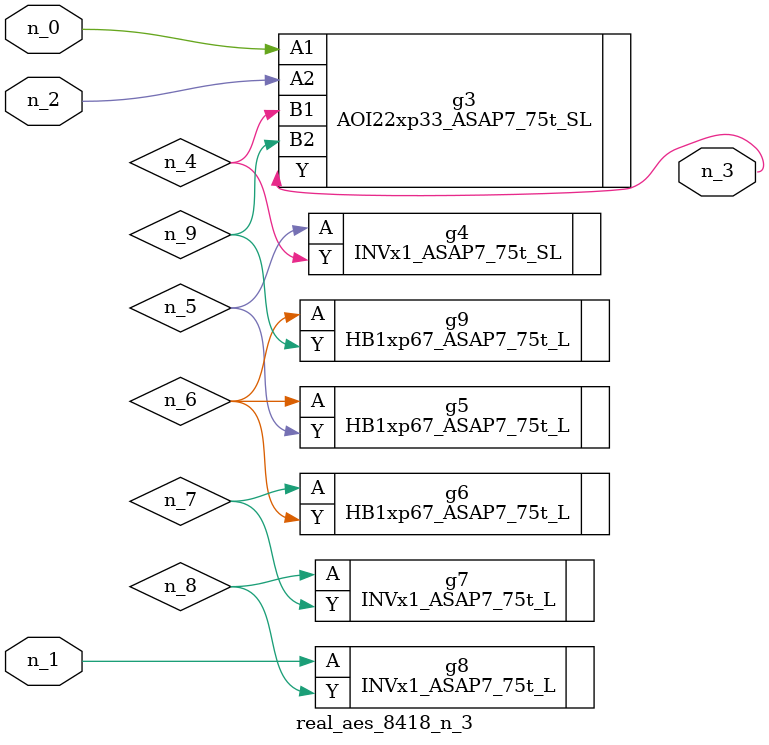
<source format=v>
module real_aes_8418_n_3 (n_0, n_2, n_1, n_3);
input n_0;
input n_2;
input n_1;
output n_3;
wire n_4;
wire n_5;
wire n_7;
wire n_9;
wire n_6;
wire n_8;
AOI22xp33_ASAP7_75t_SL g3 ( .A1(n_0), .A2(n_2), .B1(n_4), .B2(n_9), .Y(n_3) );
INVx1_ASAP7_75t_L g8 ( .A(n_1), .Y(n_8) );
INVx1_ASAP7_75t_SL g4 ( .A(n_5), .Y(n_4) );
HB1xp67_ASAP7_75t_L g5 ( .A(n_6), .Y(n_5) );
HB1xp67_ASAP7_75t_L g9 ( .A(n_6), .Y(n_9) );
HB1xp67_ASAP7_75t_L g6 ( .A(n_7), .Y(n_6) );
INVx1_ASAP7_75t_L g7 ( .A(n_8), .Y(n_7) );
endmodule
</source>
